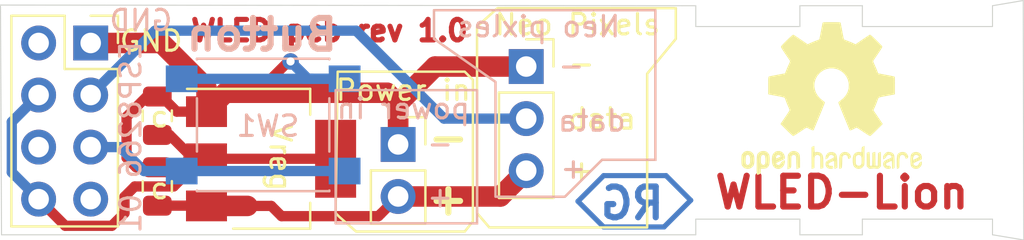
<source format=kicad_pcb>
(kicad_pcb (version 20211014) (generator pcbnew)
  (layers (0 "F.Cu" signal) (31 "B.Cu" signal) (34 "B.Paste" user) (35 "F.Paste" user) (36 "B.SilkS" user "B.Silkscreen") (37 "F.SilkS" user "F.Silkscreen") (38 "B.Mask" user) (39 "F.Mask" user) (44 "Edge.Cuts" user))
  (net 0 "")
  (net 1 "GND")
  (net 2 "VCC")
  (net 3 "+3V3")
  (net 4 "/Rx")
  (net 5 "/RESET")
  (net 6 "/GPIO-0")
  (net 7 "/GPIO2")
  (net 8 "/Tx")
  (footprint "Capacitor_SMD:C_0805_2012Metric" (layer "F.Cu") (at 156.1 93.4 90)
    (fp_text reference "C1" hide)
    (fp_text value "C_Small" hide)
    (fp_line (start -0.258578 -0.71) (end 0.258578 -0.71) (layer "F.SilkS") (width 0.12))
    (fp_line (start -0.258578 0.71) (end 0.258578 0.71) (layer "F.SilkS") (width 0.12))
    (pad "1" smd roundrect locked (at -0.9375 0 90) (size 0.975 1.4) (layers "F.Cu" "F.Paste" "F.Mask") (net 2 "VCC"))
    (pad "2" smd roundrect locked (at 0.9375 0 90) (size 0.975 1.4) (layers "F.Cu" "F.Paste" "F.Mask") (net 1 "GND"))
  )
  (footprint "Capacitor_SMD:C_0805_2012Metric" (layer "F.Cu") (at 156.1 89.95 90)
    (fp_text reference "C2" hide)
    (fp_text value "C_Small" hide)
    (fp_line (start -0.258578 0.71) (end 0.258578 0.71) (layer "F.SilkS") (width 0.12))
    (fp_line (start -0.258578 -0.71) (end 0.258578 -0.71) (layer "F.SilkS") (width 0.12))
    (pad "1" smd roundrect locked (at -0.9375 0 90) (size 0.975 1.4) (layers "F.Cu" "F.Paste" "F.Mask") (net 3 "+3V3"))
    (pad "2" smd roundrect locked (at 0.9375 0 90) (size 0.975 1.4) (layers "F.Cu" "F.Paste" "F.Mask") (net 1 "GND"))
  )
  (footprint "Connector_PinSocket_2.54mm:PinSocket_2x04_P2.54mm_Vertical" (layer "F.Cu") (at 152.85 86.4)
    (fp_text reference "J1" hide)
    (fp_text value "ESP" hide)
    (fp_line (start -1.27 -1.33) (end -1.27 1.27) (layer "F.SilkS") (width 0.12))
    (fp_line (start -3.87 8.95) (end 1.33 8.95) (layer "F.SilkS") (width 0.12))
    (fp_line (start 0 -1.33) (end 1.33 -1.33) (layer "F.SilkS") (width 0.12))
    (fp_line (start -3.87 -1.33) (end -3.87 8.95) (layer "F.SilkS") (width 0.12))
    (fp_line (start -1.27 1.27) (end 1.33 1.27) (layer "F.SilkS") (width 0.12))
    (fp_line (start -3.87 -1.33) (end -1.27 -1.33) (layer "F.SilkS") (width 0.12))
    (fp_line (start 1.33 1.27) (end 1.33 8.95) (layer "F.SilkS") (width 0.12))
    (fp_line (start 1.33 -1.33) (end 1.33 0) (layer "F.SilkS") (width 0.12))
    (pad "1" thru_hole rect locked (at 0 0) (size 1.7 1.7) (drill 1) (layers *.Cu *.Mask) (net 1 "GND"))
    (pad "2" thru_hole oval locked (at -2.54 0) (size 1.7 1.7) (drill 1) (layers *.Cu *.Mask) (net 8 "/Tx"))
    (pad "3" thru_hole oval locked (at 0 2.54) (size 1.7 1.7) (drill 1) (layers *.Cu *.Mask) (net 7 "/GPIO2"))
    (pad "4" thru_hole oval locked (at -2.54 2.54) (size 1.7 1.7) (drill 1) (layers *.Cu *.Mask) (net 3 "+3V3"))
    (pad "5" thru_hole oval locked (at 0 5.08) (size 1.7 1.7) (drill 1) (layers *.Cu *.Mask) (net 6 "/GPIO-0"))
    (pad "6" thru_hole oval locked (at -2.54 5.08) (size 1.7 1.7) (drill 1) (layers *.Cu *.Mask) (net 5 "/RESET"))
    (pad "7" thru_hole oval locked (at 0 7.62) (size 1.7 1.7) (drill 1) (layers *.Cu *.Mask) (net 4 "/Rx"))
    (pad "8" thru_hole oval locked (at -2.54 7.62) (size 1.7 1.7) (drill 1) (layers *.Cu *.Mask) (net 3 "+3V3"))
  )
  (footprint "Connector_PinSocket_2.54mm:PinSocket_1x03_P2.54mm_Vertical" (layer "F.Cu") (at 174.1 87.55)
    (fp_text reference "J3" hide)
    (fp_text value "Neo pixels" hide)
    (fp_line (start -1.33 1.27) (end 1.33 1.27) (layer "F.SilkS") (width 0.12))
    (fp_line (start 0 -1.33) (end 1.33 -1.33) (layer "F.SilkS") (width 0.12))
    (fp_line (start -1.33 6.41) (end 1.33 6.41) (layer "F.SilkS") (width 0.12))
    (fp_line (start 1.33 1.27) (end 1.33 6.41) (layer "F.SilkS") (width 0.12))
    (fp_line (start 1.33 -1.33) (end 1.33 0) (layer "F.SilkS") (width 0.12))
    (fp_line (start -1.33 1.27) (end -1.33 6.41) (layer "F.SilkS") (width 0.12))
    (pad "1" thru_hole rect locked (at 0 0) (size 1.7 1.7) (drill 1) (layers *.Cu *.Mask) (net 1 "GND"))
    (pad "2" thru_hole oval locked (at 0 2.54) (size 1.7 1.7) (drill 1) (layers *.Cu *.Mask) (net 7 "/GPIO2"))
    (pad "3" thru_hole oval locked (at 0 5.08) (size 1.7 1.7) (drill 1) (layers *.Cu *.Mask) (net 2 "VCC"))
  )
  (footprint "Package_TO_SOT_SMD:SOT-223-3_TabPin2" (layer "F.Cu") (at 161.65 92.05)
    (fp_text reference "U1" hide)
    (fp_text value "AMS1117-3.3" hide)
    (fp_line (start 1.91 -3.41) (end 1.91 -2.15) (layer "F.SilkS") (width 0.12))
    (fp_line (start -1.85 3.41) (end 1.91 3.41) (layer "F.SilkS") (width 0.12))
    (fp_line (start -4.1 -3.41) (end 1.91 -3.41) (layer "F.SilkS") (width 0.12))
    (fp_line (start 1.91 3.41) (end 1.91 2.15) (layer "F.SilkS") (width 0.12))
    (pad "1" smd rect locked (at -3.15 -2.3) (size 2 1.5) (layers "F.Cu" "F.Paste" "F.Mask") (net 1 "GND"))
    (pad "2" smd rect locked (at -3.15 0) (size 2 1.5) (layers "F.Cu" "F.Paste" "F.Mask") (net 3 "+3V3"))
    (pad "2" smd rect locked (at 3.15 0) (size 2 3.8) (layers "F.Cu" "F.Paste" "F.Mask") (net 3 "+3V3"))
    (pad "3" smd rect locked (at -3.15 2.3) (size 2 1.5) (layers "F.Cu" "F.Paste" "F.Mask") (net 2 "VCC"))
  )
  (footprint "Connector_PinSocket_2.54mm:PinSocket_1x02_P2.54mm_Vertical" (layer "F.Cu") (at 167.85 91.35)
    (fp_text reference "J5" hide)
    (fp_text value "Power in" hide)
    (fp_line (start 1.33 -1.33) (end 1.33 0) (layer "F.SilkS") (width 0.12))
    (fp_line (start -1.33 3.87) (end 1.33 3.87) (layer "F.SilkS") (width 0.12))
    (fp_line (start 0 -1.33) (end 1.33 -1.33) (layer "F.SilkS") (width 0.12))
    (fp_line (start -1.33 1.27) (end -1.33 3.87) (layer "F.SilkS") (width 0.12))
    (fp_line (start 1.33 1.27) (end 1.33 3.87) (layer "F.SilkS") (width 0.12))
    (fp_line (start -1.33 1.27) (end 1.33 1.27) (layer "F.SilkS") (width 0.12))
    (pad "1" thru_hole rect locked (at 0 0) (size 1.7 1.7) (drill 1) (layers *.Cu *.Mask) (net 1 "GND"))
    (pad "2" thru_hole oval locked (at 0 2.54) (size 1.7 1.7) (drill 1) (layers *.Cu *.Mask) (net 2 "VCC"))
  )
  (footprint "Symbol:OSHW-Logo2_9.8x8mm_SilkScreen" (layer "F.Cu") (at 189 89.1)
    (fp_text reference "REF**" hide)
    (fp_text value "OSHW-Logo2_9.8x8mm_SilkScreen" hide)
    (fp_poly (pts (xy -3.983114 2.587256) (xy -3.891536 2.635409) (xy -3.823951 2.712905) (xy -3.799943 2.762727) (xy -3.781262 2.837533) (xy -3.771699 2.932052) (xy -3.770792 3.03521) (xy -3.778079 3.135935) (xy -3.793097 3.223153) (xy -3.815385 3.285791) (xy -3.822235 3.296579) (xy -3.903368 3.377105) (xy -3.999734 3.425336) (xy -4.104299 3.43945) (xy -4.210032 3.417629) (xy -4.239457 3.404547) (xy -4.296759 3.364231) (xy -4.34705 3.310775) (xy -4.351803 3.303995) (xy -4.371122 3.271321) (xy -4.383892 3.236394) (xy -4.391436 3.190414) (xy -4.395076 3.124584) (xy -4.396135 3.030105) (xy -4.396154 3.008923) (xy -4.396106 3.002182) (xy -4.200769 3.002182) (xy -4.199632 3.091349) (xy -4.195159 3.15052) (xy -4.185754 3.188741) (xy -4.169824 3.215053) (xy -4.161692 3.223846) (xy -4.114942 3.257261) (xy -4.069553 3.255737) (xy -4.02366 3.226752) (xy -3.996288 3.195809) (xy -3.980077 3.150643) (xy -3.970974 3.07942) (xy -3.970349 3.071114) (xy -3.968796 2.942037) (xy -3.985035 2.846172) (xy -4.018848 2.784107) (xy -4.070016 2.756432) (xy -4.08828 2.754923) (xy -4.13624 2.762513) (xy -4.169047 2.788808) (xy -4.189105 2.839095) (xy -4.198822 2.918664) (xy -4.200769 3.002182) (xy -4.396106 3.002182) (xy -4.395426 2.908249) (xy -4.392371 2.837906) (xy -4.385678 2.789163) (xy -4.37404 2.753288) (xy -4.356147 2.721548) (xy -4.352192 2.715648) (xy -4.285733 2.636104) (xy -4.213315 2.589929) (xy -4.125151 2.571599) (xy -4.095213 2.570703) (xy -3.983114 2.587256)) (layer "F.SilkS") (width 0.01) (fill solid))
    (fp_poly (pts (xy 2.395929 2.636662) (xy 2.398911 2.688068) (xy 2.401247 2.766192) (xy 2.402749 2.864857) (xy 2.403231 2.968343) (xy 2.403231 3.318533) (xy 2.341401 3.380363) (xy 2.298793 3.418462) (xy 2.26139 3.433895) (xy 2.21027 3.432918) (xy 2.189978 3.430433) (xy 2.126554 3.4232) (xy 2.074095 3.419055) (xy 2.061308 3.418672) (xy 2.018199 3.421176) (xy 1.956544 3.427462) (xy 1.932638 3.430433) (xy 1.873922 3.435028) (xy 1.834464 3.425046) (xy 1.795338 3.394228) (xy 1.781215 3.380363) (xy 1.719385 3.318533) (xy 1.719385 2.663503) (xy 1.76915 2.640829) (xy 1.812002 2.624034) (xy 1.837073 2.618154) (xy 1.843501 2.636736) (xy 1.849509 2.688655) (xy 1.854697 2.768172) (xy 1.858664 2.869546) (xy 1.860577 2.955192) (xy 1.865923 3.292231) (xy 1.91256 3.298825) (xy 1.954976 3.294214) (xy 1.97576 3.279287) (xy 1.98157 3.251377) (xy 1.98653 3.191925) (xy 1.990246 3.108466) (xy 1.992324 3.008532) (xy 1.992624 2.957104) (xy 1.992923 2.661054) (xy 2.054454 2.639604) (xy 2.098004 2.62502) (xy 2.121694 2.618219) (xy 2.122377 2.618154) (xy 2.124754 2.636642) (xy 2.127366 2.687906) (xy 2.129995 2.765649) (xy 2.132421 2.863574) (xy 2.134115 2.955192) (xy 2.139461 3.292231) (xy 2.256692 3.292231) (xy 2.262072 2.984746) (xy 2.267451 2.677261) (xy 2.324601 2.647707) (xy 2.366797 2.627413) (xy 2.39177 2.618204) (xy 2.392491 2.618154) (xy 2.395929 2.636662)) (layer "F.SilkS") (width 0.01) (fill solid))
    (fp_poly (pts (xy -0.840154 2.49212) (xy -0.834428 2.57198) (xy -0.827851 2.619039) (xy -0.818738 2.639566) (xy -0.805402 2.639829) (xy -0.801077 2.637378) (xy -0.743556 2.619636) (xy -0.668732 2.620672) (xy -0.592661 2.63891) (xy -0.545082 2.662505) (xy -0.496298 2.700198) (xy -0.460636 2.742855) (xy -0.436155 2.797057) (xy -0.420913 2.869384) (xy -0.41297 2.966419) (xy -0.410384 3.094742) (xy -0.410338 3.119358) (xy -0.410308 3.39587) (xy -0.471839 3.41732) (xy -0.515541 3.431912) (xy -0.539518 3.438706) (xy -0.540223 3.438769) (xy -0.542585 3.420345) (xy -0.544594 3.369526) (xy -0.546099 3.292993) (xy -0.546947 3.19743) (xy -0.547077 3.139329) (xy -0.547349 3.024771) (xy -0.548748 2.942667) (xy -0.552151 2.886393) (xy -0.558433 2.849326) (xy -0.568471 2.824844) (xy -0.583139 2.806325) (xy -0.592298 2.797406) (xy -0.655211 2.761466) (xy -0.723864 2.758775) (xy -0.786152 2.78917) (xy -0.797671 2.800144) (xy -0.814567 2.820779) (xy -0.826286 2.845256) (xy -0.833767 2.880647) (xy -0.837946 2.934026) (xy -0.839763 3.012466) (xy -0.840154 3.120617) (xy -0.840154 3.39587) (xy -0.901685 3.41732) (xy -0.945387 3.431912) (xy -0.969364 3.438706) (xy -0.97007 3.438769) (xy -0.971874 3.420069) (xy -0.9735 3.367322) (xy -0.974883 3.285557) (xy -0.975958 3.179805) (xy -0.97666 3.055094) (xy -0.976923 2.916455) (xy -0.976923 2.381806) (xy -0.849923 2.328236) (xy -0.840154 2.49212)) (layer "F.SilkS") (width 0.01) (fill solid))
    (fp_poly (pts (xy -3.231114 2.584505) (xy -3.156461 2.621727) (xy -3.090569 2.690261) (xy -3.072423 2.715648) (xy -3.052655 2.748866) (xy -3.039828 2.784945) (xy -3.03249 2.833098) (xy -3.029187 2.902536) (xy -3.028462 2.994206) (xy -3.031737 3.11983) (xy -3.043123 3.214154) (xy -3.064959 3.284523) (xy -3.099581 3.338286) (xy -3.14933 3.382788) (xy -3.152986 3.385423) (xy -3.202015 3.412377) (xy -3.261055 3.425712) (xy -3.336141 3.429) (xy -3.458205 3.429) (xy -3.458256 3.547497) (xy -3.459392 3.613492) (xy -3.466314 3.652202) (xy -3.484402 3.675419) (xy -3.519038 3.694933) (xy -3.527355 3.69892) (xy -3.56628 3.717603) (xy -3.596417 3.729403) (xy -3.618826 3.730422) (xy -3.634567 3.716761) (xy -3.644698 3.684522) (xy -3.650277 3.629804) (xy -3.652365 3.548711) (xy -3.652019 3.437344) (xy -3.6503 3.291802) (xy -3.649763 3.248269) (xy -3.647828 3.098205) (xy -3.646096 3.000042) (xy -3.458308 3.000042) (xy -3.457252 3.083364) (xy -3.452562 3.13788) (xy -3.441949 3.173837) (xy -3.423128 3.201482) (xy -3.41035 3.214965) (xy -3.35811 3.254417) (xy -3.311858 3.257628) (xy -3.264133 3.225049) (xy -3.262923 3.223846) (xy -3.243506 3.198668) (xy -3.231693 3.164447) (xy -3.225735 3.111748) (xy -3.22388 3.031131) (xy -3.223846 3.013271) (xy -3.22833 2.902175) (xy -3.242926 2.825161) (xy -3.26935 2.778147) (xy -3.309317 2.75705) (xy -3.332416 2.754923) (xy -3.387238 2.7649) (xy -3.424842 2.797752) (xy -3.447477 2.857857) (xy -3.457394 2.949598) (xy -3.458308 3.000042) (xy -3.646096 3.000042) (xy -3.645778 2.98206) (xy -3.643127 2.894679) (xy -3.639394 2.830905) (xy -3.634093 2.785582) (xy -3.626742 2.753555) (xy -3.616857 2.729668) (xy -3.603954 2.708764) (xy -3.598421 2.700898) (xy -3.525031 2.626595) (xy -3.43224 2.584467) (xy -3.324904 2.572722) (xy -3.231114 2.584505)) (layer "F.SilkS") (width 0.01) (fill solid))
    (fp_poly (pts (xy 0.053501 2.626303) (xy 0.13006 2.654733) (xy 0.130936 2.655279) (xy 0.178285 2.690127) (xy 0.213241 2.730852) (xy 0.237825 2.783925) (xy 0.254062 2.855814) (xy 0.263975 2.952992) (xy 0.269586 3.081928) (xy 0.270077 3.100298) (xy 0.277141 3.377287) (xy 0.217695 3.408028) (xy 0.174681 3.428802) (xy 0.14871 3.438646) (xy 0.147509 3.438769) (xy 0.143014 3.420606) (xy 0.139444 3.371612) (xy 0.137248 3.300031) (xy 0.136769 3.242068) (xy 0.136758 3.14817) (xy 0.132466 3.089203) (xy 0.117503 3.061079) (xy 0.085482 3.059706) (xy 0.030014 3.080998) (xy -0.053731 3.120136) (xy -0.115311 3.152643) (xy -0.146983 3.180845) (xy -0.156294 3.211582) (xy -0.156308 3.213104) (xy -0.140943 3.266054) (xy -0.095453 3.29466) (xy -0.025834 3.298803) (xy 0.024313 3.298084) (xy 0.050754 3.312527) (xy 0.067243 3.347218) (xy 0.076733 3.391416) (xy 0.063057 3.416493) (xy 0.057907 3.420082) (xy 0.009425 3.434496) (xy -0.058469 3.436537) (xy -0.128388 3.426983) (xy -0.177932 3.409522) (xy -0.24643 3.351364) (xy -0.285366 3.270408) (xy -0.293077 3.20716) (xy -0.287193 3.150111) (xy -0.265899 3.103542) (xy -0.223735 3.062181) (xy -0.155241 3.020755) (xy -0.054956 2.973993) (xy -0.048846 2.97135) (xy 0.04149 2.929617) (xy 0.097235 2.895391) (xy 0.121129 2.864635) (xy 0.115913 2.833311) (xy 0.084328 2.797383) (xy 0.074883 2.789116) (xy 0.011617 2.757058) (xy -0.053936 2.758407) (xy -0.111028 2.789838) (xy -0.148907 2.848024) (xy -0.152426 2.859446) (xy -0.1867 2.914837) (xy -0.230191 2.941518) (xy -0.293077 2.96796) (xy -0.293077 2.899548) (xy -0.273948 2.80011) (xy -0.217169 2.708902) (xy -0.187622 2.678389) (xy -0.120458 2.639228) (xy -0.035044 2.6215) (xy 0.053501 2.626303)) (layer "F.SilkS") (width 0.01) (fill solid))
    (fp_poly (pts (xy 2.887333 2.633528) (xy 2.94359 2.659117) (xy 2.987747 2.690124) (xy 3.020101 2.724795) (xy 3.042438 2.76952) (xy 3.056546 2.830692) (xy 3.064211 2.914701) (xy 3.06722 3.02794) (xy 3.067538 3.102509) (xy 3.067538 3.39342) (xy 3.017773 3.416095) (xy 2.978576 3.432667) (xy 2.959157 3.438769) (xy 2.955442 3.42061) (xy 2.952495 3.371648) (xy 2.950691 3.300153) (xy 2.950308 3.243385) (xy 2.948661 3.161371) (xy 2.944222 3.096309) (xy 2.93774 3.056467) (xy 2.93259 3.048) (xy 2.897977 3.056646) (xy 2.84364 3.078823) (xy 2.780722 3.108886) (xy 2.720368 3.141192) (xy 2.673721 3.170098) (xy 2.651926 3.189961) (xy 2.651839 3.190175) (xy 2.653714 3.226935) (xy 2.670525 3.262026) (xy 2.700039 3.290528) (xy 2.743116 3.300061) (xy 2.779932 3.29895) (xy 2.832074 3.298133) (xy 2.859444 3.310349) (xy 2.875882 3.342624) (xy 2.877955 3.34871) (xy 2.885081 3.394739) (xy 2.866024 3.422687) (xy 2.816353 3.436007) (xy 2.762697 3.43847) (xy 2.666142 3.42021) (xy 2.616159 3.394131) (xy 2.554429 3.332868) (xy 2.52169 3.25767) (xy 2.518753 3.178211) (xy 2.546424 3.104167) (xy 2.588047 3.057769) (xy 2.629604 3.031793) (xy 2.694922 2.998907) (xy 2.771038 2.965557) (xy 2.783726 2.960461) (xy 2.867333 2.923565) (xy 2.91553 2.891046) (xy 2.93103 2.858718) (xy 2.91655 2.822394) (xy 2.891692 2.794) (xy 2.832939 2.759039) (xy 2.768293 2.756417) (xy 2.709008 2.783358) (xy 2.666339 2.837088) (xy 2.660739 2.85095) (xy 2.628133 2.901936) (xy 2.58053 2.939787) (xy 2.520461 2.97085) (xy 2.520461 2.882768) (xy 2.523997 2.828951) (xy 2.539156 2.786534) (xy 2.572768 2.741279) (xy 2.605035 2.70642) (xy 2.655209 2.657062) (xy 2.694193 2.630547) (xy 2.736064 2.619911) (xy 2.78346 2.618154) (xy 2.887333 2.633528)) (layer "F.SilkS") (width 0.01) (fill solid))
    (fp_poly (pts (xy 4.245224 2.647838) (xy 4.322528 2.698361) (xy 4.359814 2.74359) (xy 4.389353 2.825663) (xy 4.391699 2.890607) (xy 4.386385 2.977445) (xy 4.186115 3.065103) (xy 4.088739 3.109887) (xy 4.025113 3.145913) (xy 3.992029 3.177117) (xy 3.98628 3.207436) (xy 4.004658 3.240805) (xy 4.024923 3.262923) (xy 4.083889 3.298393) (xy 4.148024 3.300879) (xy 4.206926 3.273235) (xy 4.250197 3.21832) (xy 4.257936 3.198928) (xy 4.295006 3.138364) (xy 4.337654 3.112552) (xy 4.396154 3.090471) (xy 4.396154 3.174184) (xy 4.390982 3.23115) (xy 4.370723 3.279189) (xy 4.328262 3.334346) (xy 4.321951 3.341514) (xy 4.27472 3.390585) (xy 4.234121 3.41692) (xy 4.183328 3.429035) (xy 4.14122 3.433003) (xy 4.065902 3.433991) (xy 4.012286 3.421466) (xy 3.978838 3.402869) (xy 3.926268 3.361975) (xy 3.889879 3.317748) (xy 3.86685 3.262126) (xy 3.854359 3.187047) (xy 3.849587 3.084449) (xy 3.849206 3.032376) (xy 3.850501 2.969948) (xy 3.968471 2.969948) (xy 3.969839 3.003438) (xy 3.973249 3.008923) (xy 3.995753 3.001472) (xy 4.044182 2.981753) (xy 4.108908 2.953718) (xy 4.122443 2.947692) (xy 4.204244 2.906096) (xy 4.249312 2.869538) (xy 4.259217 2.835296) (xy 4.235526 2.800648) (xy 4.21596 2.785339) (xy 4.14536 2.754721) (xy 4.07928 2.75978) (xy 4.023959 2.797151) (xy 3.985636 2.863473) (xy 3.973349 2.916116) (xy 3.968471 2.969948) (xy 3.850501 2.969948) (xy 3.85173 2.91072) (xy 3.861032 2.82071) (xy 3.87946 2.755167) (xy 3.90936 2.706912) (xy 3.95308 2.668767) (xy 3.972141 2.65644) (xy 4.058726 2.624336) (xy 4.153522 2.622316) (xy 4.245224 2.647838)) (layer "F.SilkS") (width 0.01) (fill solid))
    (fp_poly (pts (xy -1.728336 2.595089) (xy -1.665633 2.631358) (xy -1.622039 2.667358) (xy -1.590155 2.705075) (xy -1.56819 2.751199) (xy -1.554351 2.812421) (xy -1.546847 2.895431) (xy -1.543883 3.006919) (xy -1.543539 3.087062) (xy -1.543539 3.382065) (xy -1.709615 3.456515) (xy -1.719385 3.133402) (xy -1.723421 3.012729) (xy -1.727656 2.925141) (xy -1.732903 2.86465) (xy -1.739975 2.825268) (xy -1.749689 2.801007) (xy -1.762856 2.78588) (xy -1.767081 2.782606) (xy -1.831091 2.757034) (xy -1.895792 2.767153) (xy -1.934308 2.794) (xy -1.949975 2.813024) (xy -1.96082 2.837988) (xy -1.967712 2.875834) (xy -1.971521 2.933502) (xy -1.973117 3.017935) (xy -1.973385 3.105928) (xy -1.973437 3.216323) (xy -1.975328 3.294463) (xy -1.981655 3.347165) (xy -1.995017 3.381242) (xy -2.018015 3.403511) (xy -2.053246 3.420787) (xy -2.100303 3.438738) (xy -2.151697 3.458278) (xy -2.145579 3.111485) (xy -2.143116 2.986468) (xy -2.140233 2.894082) (xy -2.136102 2.827881) (xy -2.129893 2.78142) (xy -2.120774 2.748256) (xy -2.107917 2.721944) (xy -2.092416 2.698729) (xy -2.017629 2.624569) (xy -1.926372 2.581684) (xy -1.827117 2.571412) (xy -1.728336 2.595089)) (layer "F.SilkS") (width 0.01) (fill solid))
    (fp_poly (pts (xy -2.465746 2.599745) (xy -2.388714 2.651567) (xy -2.329184 2.726412) (xy -2.293622 2.821654) (xy -2.286429 2.891756) (xy -2.287246 2.921009) (xy -2.294086 2.943407) (xy -2.312888 2.963474) (xy -2.349592 2.985733) (xy -2.410138 3.014709) (xy -2.500466 3.054927) (xy -2.500923 3.055129) (xy -2.584067 3.09321) (xy -2.652247 3.127025) (xy -2.698495 3.152933) (xy -2.715842 3.167295) (xy -2.715846 3.167411) (xy -2.700557 3.198685) (xy -2.664804 3.233157) (xy -2.623758 3.25799) (xy -2.602963 3.262923) (xy -2.54623 3.245862) (xy -2.497373 3.203133) (xy -2.473535 3.156155) (xy -2.450603 3.121522) (xy -2.405682 3.082081) (xy -2.352877 3.048009) (xy -2.30629 3.02948) (xy -2.296548 3.028462) (xy -2.285582 3.045215) (xy -2.284921 3.088039) (xy -2.29298 3.145781) (xy -2.308173 3.207289) (xy -2.328914 3.261409) (xy -2.329962 3.26351) (xy -2.392379 3.35066) (xy -2.473274 3.409939) (xy -2.565144 3.439034) (xy -2.660487 3.435634) (xy -2.751802 3.397428) (xy -2.755862 3.394741) (xy -2.827694 3.329642) (xy -2.874927 3.244705) (xy -2.901066 3.133021) (xy -2.904574 3.101643) (xy -2.910787 2.953536) (xy -2.903339 2.884468) (xy -2.715846 2.884468) (xy -2.71341 2.927552) (xy -2.700086 2.940126) (xy -2.666868 2.930719) (xy -2.614506 2.908483) (xy -2.555976 2.88061) (xy -2.554521 2.879872) (xy -2.504911 2.853777) (xy -2.485 2.836363) (xy -2.48991 2.818107) (xy -2.510584 2.79412) (xy -2.563181 2.759406) (xy -2.619823 2.756856) (xy -2.670631 2.782119) (xy -2.705724 2.830847) (xy -2.715846 2.884468) (xy -2.903339 2.884468) (xy -2.898008 2.835036) (xy -2.865222 2.741055) (xy -2.819579 2.675215) (xy -2.737198 2.608681) (xy -2.646454 2.575676) (xy -2.553815 2.573573) (xy -2.465746 2.599745)) (layer "F.SilkS") (width 0.01) (fill solid))
    (fp_poly (pts (xy 0.139878 -3.712224) (xy 0.245612 -3.711645) (xy 0.322132 -3.710078) (xy 0.374372 -3.707028) (xy 0.407263 -3.702004) (xy 0.425737 -3.694511) (xy 0.434727 -3.684056) (xy 0.439163 -3.670147) (xy 0.439594 -3.668346) (xy 0.446333 -3.635855) (xy 0.458808 -3.571748) (xy 0.475719 -3.482849) (xy 0.495771 -3.375981) (xy 0.517664 -3.257967) (xy 0.518429 -3.253822) (xy 0.540359 -3.138169) (xy 0.560877 -3.035986) (xy 0.578659 -2.953402) (xy 0.592381 -2.896544) (xy 0.600718 -2.871542) (xy 0.601116 -2.871099) (xy 0.625677 -2.85889) (xy 0.676315 -2.838544) (xy 0.742095 -2.814455) (xy 0.742461 -2.814326) (xy 0.825317 -2.783182) (xy 0.923 -2.743509) (xy 1.015077 -2.703619) (xy 1.019434 -2.701647) (xy 1.169407 -2.63358) (xy 1.501498 -2.860361) (xy 1.603374 -2.929496) (xy 1.695657 -2.991303) (xy 1.773003 -3.042267) (xy 1.830064 -3.078873) (xy 1.861495 -3.097606) (xy 1.864479 -3.098996) (xy 1.887321 -3.09281) (xy 1.929982 -3.062965) (xy 1.994128 -3.008053) (xy 2.081421 -2.926666) (xy 2.170535 -2.840078) (xy 2.256441 -2.754753) (xy 2.333327 -2.676892) (xy 2.396564 -2.611303) (xy 2.441523 -2.562795) (xy 2.463576 -2.536175) (xy 2.464396 -2.534805) (xy 2.466834 -2.516537) (xy 2.45765 -2.486705) (xy 2.434574 -2.441279) (xy 2.395337 -2.37623) (xy 2.33767 -2.28753) (xy 2.260795 -2.173343) (xy 2.19257 -2.072838) (xy 2.131582 -1.982697) (xy 2.081356 -1.908151) (xy 2.045416 -1.854435) (xy 2.027287 -1.826782) (xy 2.026146 -1.824905) (xy 2.028359 -1.79841) (xy 2.045138 -1.746914) (xy 2.073142 -1.680149) (xy 2.083122 -1.658828) (xy 2.126672 -1.563841) (xy 2.173134 -1.456063) (xy 2.210877 -1.362808) (xy 2.238073 -1.293594) (xy 2.259675 -1.240994) (xy 2.272158 -1.213503) (xy 2.273709 -1.211384) (xy 2.296668 -1.207876) (xy 2.350786 -1.198262) (xy 2.428868 -1.183911) (xy 2.523719 -1.166193) (xy 2.628143 -1.146475) (xy 2.734944 -1.126126) (xy 2.836926 -1.106514) (xy 2.926894 -1.089009) (xy 2.997653 -1.074978) (xy 3.042006 -1.065791) (xy 3.052885 -1.063193) (xy 3.064122 -1.056782) (xy 3.072605 -1.042303) (xy 3.078714 -1.014867) (xy 3.082832 -0.969589) (xy 3.085341 -0.90158) (xy 3.086621 -0.805953) (xy 3.087054 -0.67782) (xy 3.087077 -0.625299) (xy 3.087077 -0.198155) (xy 2.9845 -0.177909) (xy 2.927431 -0.16693) (xy 2.842269 -0.150905) (xy 2.739372 -0.131767) (xy 2.629096 -0.111449) (xy 2.598615 -0.105868) (xy 2.496855 -0.086083) (xy 2.408205 -0.066627) (xy 2.340108 -0.049303) (xy 2.300004 -0.035912) (xy 2.293323 -0.031921) (xy 2.276919 -0.003658) (xy 2.253399 0.051109) (xy 2.227316 0.121588) (xy 2.222142 0.136769) (xy 2.187956 0.230896) (xy 2.145523 0.337101) (xy 2.103997 0.432473) (xy 2.103792 0.432916) (xy 2.03464 0.582525) (xy 2.489512 1.251617) (xy 2.1975 1.544116) (xy 2.10918 1.63117) (xy 2.028625 1.707909) (xy 1.96036 1.770237) (xy 1.908908 1.814056) (xy 1.878794 1.83527) (xy 1.874474 1.836616) (xy 1.849111 1.826016) (xy 1.797358 1.796547) (xy 1.724868 1.751705) (xy 1.637294 1.694984) (xy 1.542612 1.631462) (xy 1.446516 1.566668) (xy 1.360837 1.510287) (xy 1.291016 1.465788) (xy 1.242494 1.436639) (xy 1.220782 1.426308) (xy 1.194293 1.43505) (xy 1.144062 1.458087) (xy 1.080451 1.490631) (xy 1.073708 1.494249) (xy 0.988046 1.53721) (xy 0.929306 1.558279) (xy 0.892772 1.558503) (xy 0.873731 1.538928) (xy 0.87362 1.538654) (xy 0.864102 1.515472) (xy 0.841403 1.460441) (xy 0.807282 1.377822) (xy 0.7635 1.271872) (xy 0.711816 1.146852) (xy 0.653992 1.00702) (xy 0.597991 0.871637) (xy 0.536447 0.722234) (xy 0.479939 0.583832) (xy 0.430161 0.460673) (xy 0.388806 0.357002) (xy 0.357568 0.277059) (xy 0.338141 0.225088) (xy 0.332154 0.205692) (xy 0.347168 0.183443) (xy 0.386439 0.147982) (xy 0.438807 0.108887) (xy 0.587941 -0.014755) (xy 0.704511 -0.156478) (xy 0.787118 -0.313296) (xy 0.834366 -0.482225) (xy 0.844857 -0.660278) (xy 0.837231 -0.742461) (xy 0.795682 -0.912969) (xy 0.724123 -1.063541) (xy 0.626995 -1.192691) (xy 0.508734 -1.298936) (xy 0.37378 -1.38079) (xy 0.226571 -1.436768) (xy 0.071544 -1.465385) (xy -0.086861 -1.465156) (xy -0.244206 -1.434595) (xy -0.396054 -1.372218) (xy -0.537965 -1.27654) (xy -0.597197 -1.222428) (xy -0.710797 -1.08348) (xy -0.789894 -0.931639) (xy -0.835014 -0.771333) (xy -0.846684 -0.606988) (xy -0.825431 -0.443029) (xy -0.77178 -0.283882) (xy -0.68626 -0.133975) (xy -0.569395 0.002267) (xy -0.438807 0.108887) (xy -0.384412 0.149642) (xy -0.345986 0.184718) (xy -0.332154 0.205726) (xy -0.339397 0.228635) (xy -0.359995 0.283365) (xy -0.392254 0.365672) (xy -0.434479 0.471315) (xy -0.484977 0.59605) (xy -0.542052 0.735636) (xy -0.598146 0.87167) (xy -0.660033 1.021201) (xy -0.717356 1.159767) (xy -0.768356 1.283107) (xy -0.811273 1.386964) (xy -0.844347 1.46708) (xy -0.865819 1.519195) (xy -0.873775 1.538654) (xy -0.892571 1.558423) (xy -0.928926 1.558365) (xy -0.987521 1.537441) (xy -1.073032 1.494613) (xy -1.073708 1.494249) (xy -1.138093 1.461012) (xy -1.190139 1.436802) (xy -1.219488 1.426404) (xy -1.220783 1.426308) (xy -1.242876 1.436855) (xy -1.291652 1.466184) (xy -1.361669 1.510827) (xy -1.447486 1.567314) (xy -1.542612 1.631462) (xy -1.63946 1.696411) (xy -1.726747 1.752896) (xy -1.798819 1.797421) (xy -1.850023 1.82649) (xy -1.874474 1.836616) (xy -1.89699 1.823307) (xy -1.942258 1.786112) (xy -2.005756 1.729128) (xy -2.082961 1.656449) (xy -2.169349 1.572171) (xy -2.197601 1.544016) (xy -2.489713 1.251416) (xy -2.267369 0.925104) (xy -2.199798 0.824897) (xy -2.140493 0.734963) (xy -2.092783 0.66051) (xy -2.059993 0.606751) (xy -2.045452 0.578894) (xy -2.045026 0.576912) (xy -2.052692 0.550655) (xy -2.073311 0.497837) (xy -2.103315 0.42731) (xy -2.124375 0.380093) (xy -2.163752 0.289694) (xy -2.200835 0.198366) (xy -2.229585 0.1212) (xy -2.237395 0.097692) (xy -2.259583 0.034916) (xy -2.281273 -0.013589) (xy -2.293187 -0.031921) (xy -2.319477 -0.043141) (xy -2.376858 -0.059046) (xy -2.457882 -0.077833) (xy -2.555105 -0.097701) (xy -2.598615 -0.105868) (xy -2.709104 -0.126171) (xy -2.815084 -0.14583) (xy -2.906199 -0.162912) (xy -2.972092 -0.175482) (xy -2.9845 -0.177909) (xy -3.087077 -0.198155) (xy -3.087077 -0.625299) (xy -3.086847 -0.765754) (xy -3.085901 -0.872021) (xy -3.083859 -0.948987) (xy -3.080338 -1.00154) (xy -3.074957 -1.034567) (xy -3.067334 -1.052955) (xy -3.057088 -1.061592) (xy -3.052885 -1.063193) (xy -3.02753 -1.068873) (xy -2.971516 -1.080205) (xy -2.892036 -1.095821) (xy -2.796288 -1.114353) (xy -2.691467 -1.134431) (xy -2.584768 -1.154688) (xy -2.483387 -1.173754) (xy -2.394521 -1.190261) (xy -2.325363 -1.202841) (xy -2.283111 -1.210125) (xy -2.27371 -1.211384) (xy -2.265193 -1.228237) (xy -2.24634 -1.27313) (xy -2.220676 -1.33757) (xy -2.210877 -1.362808) (xy -2.171352 -1.460314) (xy -2.124808 -1.568041) (xy -2.083123 -1.658828) (xy -2.05245 -1.728247) (xy -2.032044 -1.78529) (xy -2.025232 -1.820223) (xy -2.026318 -1.824905) (xy -2.040715 -1.847009) (xy -2.073588 -1.896169) (xy -2.12141 -1.967152) (xy -2.180652 -2.054722) (xy -2.247785 -2.153643) (xy -2.261059 -2.17317) (xy -2.338954 -2.28886) (xy -2.396213 -2.376956) (xy -2.435119 -2.441514) (xy -2.457956 -2.486589) (xy -2.467006 -2.516237) (xy -2.464552 -2.534515) (xy -2.464489 -2.534631) (xy -2.445173 -2.558639) (xy -2.402449 -2.605053) (xy -2.340949 -2.669063) (xy -2.265302 -2.745855) (xy -2.180139 -2.830618) (xy -2.170535 -2.840078) (xy -2.06321 -2.944011) (xy -1.980385 -3.020325) (xy -1.920395 -3.070429) (xy -1.881577 -3.09573) (xy -1.86448 -3.098996) (xy -1.839527 -3.08475) (xy -1.787745 -3.051844) (xy -1.71448 -3.003792) (xy -1.62508 -2.94411) (xy -1.524889 -2.876312) (xy -1.501499 -2.860361) (xy -1.169407 -2.63358) (xy -1.019435 -2.701647) (xy -0.92823 -2.741315) (xy -0.830331 -2.781209) (xy -0.746169 -2.813017) (xy -0.742462 -2.814326) (xy -0.676631 -2.838424) (xy -0.625884 -2.8588) (xy -0.601158 -2.871064) (xy -0.601116 -2.871099) (xy -0.593271 -2.893266) (xy -0.579934 -2.947783) (xy -0.56243 -3.02852) (xy -0.542083 -3.12935) (xy -0.520218 -3.244144) (xy -0.518429 -3.253822) (xy -0.496496 -3.372096) (xy -0.47636 -3.479458) (xy -0.45932 -3.569083) (xy -0.446672 -3.634149) (xy -0.439716 -3.667832) (xy -0.439594 -3.668346) (xy -0.435361 -3.682675) (xy -0.427129 -3.693493) (xy -0.409967 -3.701294) (xy -0.378942 -3.706571) (xy -0.329122 -3.709818) (xy -0.255576 -3.711528) (xy -0.153371 -3.712193) (xy -0.017575 -3.712307) (xy 0 -3.712308) (xy 0.139878 -3.712224)) (layer "F.SilkS") (width 0.01) (fill solid))
    (fp_poly (pts (xy 1.602081 2.780289) (xy 1.601833 2.92632) (xy 1.600872 3.038655) (xy 1.598794 3.122678) (xy 1.595193 3.183769) (xy 1.589665 3.227309) (xy 1.581804 3.258679) (xy 1.571207 3.283262) (xy 1.563182 3.297294) (xy 1.496728 3.373388) (xy 1.41247 3.421084) (xy 1.319249 3.438199) (xy 1.2259 3.422546) (xy 1.170312 3.394418) (xy 1.111957 3.34576) (xy 1.072186 3.286333) (xy 1.04819 3.208507) (xy 1.037161 3.104652) (xy 1.035599 3.028462) (xy 1.035809 3.022986) (xy 1.172308 3.022986) (xy 1.173141 3.110355) (xy 1.176961 3.168192) (xy 1.185746 3.206029) (xy 1.201474 3.233398) (xy 1.220266 3.254042) (xy 1.283375 3.29389) (xy 1.351137 3.297295) (xy 1.415179 3.264025) (xy 1.420164 3.259517) (xy 1.441439 3.236067) (xy 1.454779 3.208166) (xy 1.462001 3.166641) (xy 1.464923 3.102316) (xy 1.465385 3.0312) (xy 1.464383 2.941858) (xy 1.460238 2.882258) (xy 1.451236 2.843089) (xy 1.435667 2.81504) (xy 1.422902 2.800144) (xy 1.3636 2.762575) (xy 1.295301 2.758057) (xy 1.23011 2.786753) (xy 1.217528 2.797406) (xy 1.196111 2.821063) (xy 1.182744 2.849251) (xy 1.175566 2.891245) (xy 1.172719 2.956319) (xy 1.172308 3.022986) (xy 1.035809 3.022986) (xy 1.040322 2.905765) (xy 1.056362 2.813577) (xy 1.086528 2.744269) (xy 1.133629 2.690211) (xy 1.170312 2.662505) (xy 1.23699 2.632572) (xy 1.314272 2.618678) (xy 1.38611 2.622397) (xy 1.426308 2.6374) (xy 1.442082 2.64167) (xy 1.45255 2.62575) (xy 1.459856 2.583089) (xy 1.465385 2.518106) (xy 1.471437 2.445732) (xy 1.479844 2.402187) (xy 1.495141 2.377287) (xy 1.521864 2.360845) (xy 1.538654 2.353564) (xy 1.602154 2.326963) (xy 1.602081 2.780289)) (layer "F.SilkS") (width 0.01) (fill solid))
    (fp_poly (pts (xy 3.570807 2.636782) (xy 3.594161 2.646988) (xy 3.649902 2.691134) (xy 3.697569 2.754967) (xy 3.727048 2.823087) (xy 3.731846 2.85667) (xy 3.71576 2.903556) (xy 3.680475 2.928365) (xy 3.642644 2.943387) (xy 3.625321 2.946155) (xy 3.616886 2.926066) (xy 3.60023 2.882351) (xy 3.592923 2.862598) (xy 3.551948 2.794271) (xy 3.492622 2.760191) (xy 3.416552 2.761239) (xy 3.410918 2.762581) (xy 3.370305 2.781836) (xy 3.340448 2.819375) (xy 3.320055 2.879809) (xy 3.307836 2.967751) (xy 3.3025 3.087813) (xy 3.302 3.151698) (xy 3.301752 3.252403) (xy 3.300126 3.321054) (xy 3.295801 3.364673) (xy 3.287454 3.390282) (xy 3.273765 3.404903) (xy 3.253411 3.415558) (xy 3.252234 3.416095) (xy 3.213038 3.432667) (xy 3.193619 3.438769) (xy 3.190635 3.420319) (xy 3.188081 3.369323) (xy 3.18614 3.292308) (xy 3.184997 3.195805) (xy 3.184769 3.125184) (xy 3.185932 2.988525) (xy 3.190479 2.884851) (xy 3.199999 2.808108) (xy 3.216081 2.752246) (xy 3.240313 2.711212) (xy 3.274286 2.678954) (xy 3.307833 2.65644) (xy 3.388499 2.626476) (xy 3.482381 2.619718) (xy 3.570807 2.636782)) (layer "F.SilkS") (width 0.01) (fill solid))
    (fp_poly (pts (xy 0.713362 2.62467) (xy 0.802117 2.657421) (xy 0.874022 2.71535) (xy 0.902144 2.756128) (xy 0.932802 2.830954) (xy 0.932165 2.885058) (xy 0.899987 2.921446) (xy 0.888081 2.927633) (xy 0.836675 2.946925) (xy 0.810422 2.941982) (xy 0.80153 2.909587) (xy 0.801077 2.891692) (xy 0.784797 2.825859) (xy 0.742365 2.779807) (xy 0.683388 2.757564) (xy 0.617475 2.763161) (xy 0.563895 2.792229) (xy 0.545798 2.80881) (xy 0.532971 2.828925) (xy 0.524306 2.859332) (xy 0.518696 2.906788) (xy 0.515035 2.97805) (xy 0.512215 3.079875) (xy 0.511484 3.112115) (xy 0.50882 3.22241) (xy 0.505792 3.300036) (xy 0.50125 3.351396) (xy 0.494046 3.38289) (xy 0.483033 3.40092) (xy 0.46706 3.411888) (xy 0.456834 3.416733) (xy 0.413406 3.433301) (xy 0.387842 3.438769) (xy 0.379395 3.420507) (xy 0.374239 3.365296) (xy 0.372346 3.272499) (xy 0.373689 3.141478) (xy 0.374107 3.121269) (xy 0.377058 3.001733) (xy 0.380548 2.914449) (xy 0.385514 2.852591) (xy 0.392893 2.809336) (xy 0.403624 2.77786) (xy 0.418645 2.751339) (xy 0.426502 2.739975) (xy 0.471553 2.689692) (xy 0.52194 2.650581) (xy 0.528108 2.647167) (xy 0.618458 2.620212) (xy 0.713362 2.62467)) (layer "F.SilkS") (width 0.01) (fill solid))
  )
  (footprint "RG:rg-logo-smol" (layer "F.Cu") (at 179.3 94.1 180)
    (fp_text reference "REF**" hide)
    (fp_text value "rg-logo-smol" hide)
    (fp_text user "RG" (at 0.025 -0.125 180) (layer "B.Cu") (effects (font (size 1.5 1.5) (thickness 0.3)) (justify mirror)))
    (fp_line (start -1.525 -1.275) (end -2.825 0.025) (layer "B.Cu") (width 0.25))
    (fp_line (start -2.825 0.025) (end -1.621419 1.228581) (layer "B.Cu") (width 0.25))
    (fp_line (start 1.425 -1.275) (end -1.525 -1.275) (layer "B.Cu") (width 0.25))
    (fp_line (start -1.621419 1.228581) (end 1.421419 1.228581) (layer "B.Cu") (width 0.25))
    (fp_line (start 1.421419 1.228581) (end 2.675 -0.025) (layer "B.Cu") (width 0.25))
    (fp_line (start 2.675 -0.025) (end 1.425 -1.275) (layer "B.Cu") (width 0.25))
  )
  (footprint "Button_Switch_SMD:SW_Push_1P1T_NO_6x6mm_H9.5mm" (layer "B.Cu") (at 161.264 90.398 180)
    (fp_text reference "SW1" (at -0.234 -0.056 180) (layer "B.SilkS") (effects (justify mirror)))
    (fp_text value "Button")
    (fp_line (start 3.23 1.3) (end 3.23 -1.3) (layer "B.SilkS") (width 0.12))
    (fp_line (start 3.23 -3.23) (end 3.23 -3.2) (layer "B.SilkS") (width 0.12))
    (fp_line (start -3.23 -3.23) (end 3.23 -3.23) (layer "B.SilkS") (width 0.12))
    (fp_line (start -3.23 1.3) (end -3.23 -1.3) (layer "B.SilkS") (width 0.12))
    (fp_line (start -3.23 3.2) (end -3.23 3.23) (layer "B.SilkS") (width 0.12))
    (fp_line (start -3.23 -3.23) (end -3.23 -3.2) (layer "B.SilkS") (width 0.12))
    (fp_line (start -3.23 3.23) (end 3.23 3.23) (layer "B.SilkS") (width 0.12))
    (fp_line (start 3.23 3.23) (end 3.23 3.2) (layer "B.SilkS") (width 0.12))
    (pad "1" smd rect locked (at -3.975 2.25 180) (size 1.55 1.3) (layers "B.Cu" "B.Paste" "B.Mask") (net 1 "GND"))
    (pad "1" smd rect locked (at 3.975 2.25 180) (size 1.55 1.3) (layers "B.Cu" "B.Paste" "B.Mask") (net 1 "GND"))
    (pad "2" smd rect locked (at 3.975 -2.25 180) (size 1.55 1.3) (layers "B.Cu" "B.Paste" "B.Mask") (net 6 "/GPIO-0"))
    (pad "2" smd rect locked (at -3.975 -2.25 180) (size 1.55 1.3) (layers "B.Cu" "B.Paste" "B.Mask") (net 6 "/GPIO-0"))
  )
  (gr_poly (pts (xy 171.7 95.2) (xy 164.8 95.2) (xy 164.8 88.7) (xy 171.7 88.7)) (layer "B.SilkS") (width 0.12) (fill none))
  (gr_poly (pts (xy 180.4 92.1) (xy 177.8 92.1) (xy 175.984426 93.904248) (xy 172.6 93.9) (xy 172.6 88.3) (xy 169.6 86.2) (xy 169.6 84.8) (xy 180.4 84.8)) (layer "B.SilkS") (width 0.12) (fill none))
  (gr_poly (pts (xy 171.5 88.2) (xy 171.5 95.1) (xy 171.1 95.6) (xy 165.8 95.6) (xy 165 94.9) (xy 164.8 94.7) (xy 164.9 87.8) (xy 171.1 87.8)) (layer "F.SilkS") (width 0.12) (fill none))
  (gr_poly (pts (xy 181.4 86.2) (xy 180 87.9) (xy 180 95.4) (xy 172.3 95.4) (xy 171.7 94.7) (xy 171.7 85.6) (xy 172.7 84.7) (xy 181.4 84.7)) (layer "F.SilkS") (width 0.12) (fill none))
  (gr_line (start 182.372 84.582) (end 148.45 84.55) (layer "Edge.Cuts") (width 0.05))
  (gr_line (start 198.35 84.328) (end 198.374 96.012) (layer "Edge.Cuts") (width 0.05))
  (gr_line (start 190.5 85.598) (end 196.85 85.598) (layer "Edge.Cuts") (width 0.05))
  (gr_line (start 190.5 94.996) (end 196.85 94.996) (layer "Edge.Cuts") (width 0.05))
  (gr_line (start 182.372 95.758) (end 182.372 94.996) (layer "Edge.Cuts") (width 0.05))
  (gr_line (start 148.45 84.55) (end 148.5 95.758) (layer "Edge.Cuts") (width 0.05))
  (gr_line (start 187.452 94.996) (end 187.452 95.758) (layer "Edge.Cuts") (width 0.05))
  (gr_line (start 190.5 84.582) (end 190.5 85.598) (layer "Edge.Cuts") (width 0.05))
  (gr_line (start 182.372 85.598) (end 187.452 85.598) (layer "Edge.Cuts") (width 0.05))
  (gr_line (start 187.452 95.758) (end 190.5 95.758) (layer "Edge.Cuts") (width 0.05))
  (gr_line (start 182.372 85.598) (end 182.372 84.582) (layer "Edge.Cuts") (width 0.05))
  (gr_line (start 187.452 85.598) (end 187.452 84.582) (layer "Edge.Cuts") (width 0.05))
  (gr_line (start 198.35 84.328) (end 196.85 84.582) (layer "Edge.Cuts") (width 0.05))
  (gr_line (start 196.85 94.996) (end 196.85 95.758) (layer "Edge.Cuts") (width 0.05))
  (gr_line (start 187.452 84.582) (end 190.5 84.582) (layer "Edge.Cuts") (width 0.05))
  (gr_line (start 196.85 95.758) (end 198.374 96.012) (layer "Edge.Cuts") (width 0.05))
  (gr_line (start 182.372 94.996) (end 187.452 94.996) (layer "Edge.Cuts") (width 0.05))
  (gr_line (start 190.5 95.758) (end 190.5 94.996) (layer "Edge.Cuts") (width 0.05))
  (gr_line (start 196.85 84.582) (end 196.85 85.598) (layer "Edge.Cuts") (width 0.05))
  (gr_line (start 148.5 95.758) (end 182.372 95.758) (layer "Edge.Cuts") (width 0.05))
  (gr_text "WLED pcb rev 1.0" (at 164.5 85.8) (layer "F.Cu") (effects (font (size 1 1) (thickness 0.25))))
  (gr_text "WLED-Lion" (at 189.5 93.7) (layer "F.Cu") (effects (font (size 1.5 1.5) (thickness 0.3))))
  (gr_text "Neo pixles" (at 174.7 85.6) (layer "B.SilkS") (effects (font (size 1 1)) (justify mirror)))
  (gr_text "Button" (at 161.2 86) (layer "B.SilkS") (effects (font (size 1.5 1.5) (thickness 0.3)) (justify mirror)))
  (gr_text "data" (at 177.3 90.2) (layer "B.SilkS") (effects (font (size 1 1)) (justify mirror)))
  (gr_text "GND" (at 155.3 85.3) (layer "B.SilkS") (effects (font (size 1 1)) (justify mirror)))
  (gr_text "-" (at 169.9 91.3) (layer "B.SilkS") (effects (font (size 1 1)) (justify mirror)))
  (gr_text "power in" (at 168.1 89.6) (layer "B.SilkS") (effects (font (size 1 1)) (justify mirror)))
  (gr_text "+\n" (at 176.4 92.5) (layer "B.SilkS") (effects (font (size 1 1)) (justify mirror)))
  (gr_text "-" (at 176.3 87.5) (layer "B.SilkS") (effects (font (size 1 1)) (justify mirror)))
  (gr_text "+\n" (at 169.9 93.9) (layer "B.SilkS") (effects (font (size 1 1)) (justify mirror)))
  (gr_text "ESP8266 01\n" (at 154.8 91 90) (layer "B.SilkS") (effects (font (size 1 1)) (justify mirror)))
  (gr_text "+" (at 170.3 94) (layer "F.SilkS") (effects (font (size 1.5 1.5) (thickness 0.3))))
  (gr_text "-" (at 170.3 91) (layer "F.SilkS") (effects (font (size 1.5 1.5) (thickness 0.3))))
  (gr_text "Neo Pixels" (at 176.6 85.5) (layer "F.SilkS") (effects (font (size 1 1))))
  (gr_text "Power in" (at 168.1 88.7) (layer "F.SilkS") (effects (font (size 1 1))))
  (gr_text "c" (at 156.2 90) (layer "F.SilkS") (effects (font (size 1 1))))
  (gr_text "GND" (at 155.8 86.3) (layer "F.SilkS") (effects (font (size 1 1))))
  (gr_text "-" (at 176.8 87.4) (layer "F.SilkS") (effects (font (size 1 1))))
  (gr_text "data" (at 177.8 90.1) (layer "F.SilkS") (effects (font (size 1 1))))
  (gr_text "Vreg" (at 162.1 92 270) (layer "F.SilkS") (effects (font (size 1 1))))
  (gr_text "c" (at 156.2 93.5) (layer "F.SilkS") (effects (font (size 1 1))))
  (gr_text "+\n" (at 176.8 92.6) (layer "F.SilkS") (effects (font (size 1 1))))
  (segment (start 167.85 91.35) (end 167.85 89.35) (width 1) (layer "F.Cu") (net 1))
  (segment (start 169.65 87.55) (end 174.1 87.55) (width 1) (layer "F.Cu") (net 1))
  (segment (start 159.42112 88.82888) (end 160.97112 88.82888) (width 1) (layer "F.Cu") (net 1))
  (segment (start 167.85 89.36908) (end 167.85 91.35) (width 1) (layer "F.Cu") (net 1))
  (segment (start 158.5 89.75) (end 159.42112 88.82888) (width 1) (layer "F.Cu") (net 1))
  (segment (start 167.85 89.35) (end 169.65 87.55) (width 1) (layer "F.Cu") (net 1))
  (segment (start 156.3125 89.0125) (end 157.05 89.75) (width 0.5) (layer "F.Cu") (net 1))
  (segment (start 154.6 90) (end 155.5875 89.0125) (width 0.5) (layer "F.Cu") (net 1))
  (segment (start 158.5 88.6) (end 158.5 89.75) (width 1) (layer "F.Cu") (net 1))
  (segment (start 156.1 92.4625) (end 155.0625 92.4625) (width 0.5) (layer "F.Cu") (net 1))
  (segment (start 162.6 87.3) (end 162.5 87.3) (width 0.5) (layer "F.Cu") (net 1))
  (segment (start 155.5875 89.0125) (end 156.1 89.0125) (width 0.5) (layer "F.Cu") (net 1))
  (segment (start 154.6 90) (end 154.6 92) (width 0.5) (layer "F.Cu") (net 1))
  (segment (start 167.3098 88.82888) (end 167.85 89.36908) (width 1) (layer "F.Cu") (net 1))
  (segment (start 160.97112 88.82888) (end 167.3098 88.82888) (width 1) (layer "F.Cu") (net 1))
  (segment (start 152.85 86.4) (end 156.3 86.4) (width 1) (layer "F.Cu") (net 1))
  (segment (start 156.1 89.0125) (end 156.3125 89.0125) (width 0.5) (layer "F.Cu") (net 1))
  (segment (start 155.0625 92.4625) (end 154.6 92) (width 0.5) (layer "F.Cu") (net 1))
  (segment (start 162.5 87.3) (end 160.97112 88.82888) (width 0.5) (layer "F.Cu") (net 1))
  (segment (start 157.05 89.75) (end 158.5 89.75) (width 0.5) (layer "F.Cu") (net 1))
  (segment (start 156.3 86.4) (end 158.5 88.6) (width 1) (layer "F.Cu") (net 1))
  (via (at 162.6 87.3) (size 0.8) (drill 0.4) (layers "F.Cu" "B.Cu") (net 1))
  (segment (start 161.648 88.148) (end 165.239 88.148) (width 0.5) (layer "B.Cu") (net 1))
  (segment (start 152.9 86.35) (end 152.85 86.4) (width 1) (layer "B.Cu") (net 1))
  (segment (start 163.448 88.148) (end 163.648 88.148) (width 0.5) (layer "B.Cu") (net 1))
  (segment (start 163.648 88.148) (end 163.248 88.148) (width 0.5) (layer "B.Cu") (net 1))
  (segment (start 161.648 88.148) (end 162.152 88.148) (width 0.5) (layer "B.Cu") (net 1))
  (segment (start 157.289 88.148) (end 161.648 88.148) (width 0.5) (layer "B.Cu") (net 1))
  (segment (start 162.6 87.3) (end 163.448 88.148) (width 0.5) (layer "B.Cu") (net 1))
  (segment (start 165.239 88.148) (end 163.648 88.148) (width 0.5) (layer "B.Cu") (net 1))
  (segment (start 158.4875 94.3375) (end 158.5 94.35) (width 0.5) (layer "F.Cu") (net 2))
  (segment (start 158.3125 94.5375) (end 158.5 94.35) (width 1) (layer "F.Cu") (net 2))
  (segment (start 158.5 94.35) (end 160.5 94.35) (width 1) (layer "F.Cu") (net 2))
  (segment (start 166.889989 94.850011) (end 167.000001 94.739999) (width 0.5) (layer "F.Cu") (net 2))
  (segment (start 156.1 94.3375) (end 158.4875 94.3375) (width 0.5) (layer "F.Cu") (net 2))
  (segment (start 161.66 94.35) (end 162.160011 94.850011) (width 0.5) (layer "F.Cu") (net 2))
  (segment (start 160.5 94.35) (end 161.66 94.35) (width 0.5) (layer "F.Cu") (net 2))
  (segment (start 162.160011 94.850011) (end 166.889989 94.850011) (width 0.5) (layer "F.Cu") (net 2))
  (segment (start 167.000001 94.739999) (end 167.85 93.89) (width 0.5) (layer "F.Cu") (net 2))
  (segment (start 167.85 93.89) (end 172.84 93.89) (width 1) (layer "F.Cu") (net 2))
  (segment (start 172.84 93.89) (end 174.1 92.63) (width 1) (layer "F.Cu") (net 2))
  (segment (start 158.5 92.05) (end 164.8 92.05) (width 0.5) (layer "F.Cu") (net 3))
  (segment (start 158.25 92.05) (end 158.5 92.05) (width 0.5) (layer "F.Cu") (net 3))
  (segment (start 155 93.4) (end 156.9 93.4) (width 0.5) (layer "F.Cu") (net 3))
  (segment (start 157.8625 92.05) (end 158.5 92.05) (width 1) (layer "F.Cu") (net 3))
  (segment (start 154.5 93.9) (end 155 93.4) (width 0.5) (layer "F.Cu") (net 3))
  (segment (start 150.31 94.02) (end 151.61 95.32) (width 0.5) (layer "F.Cu") (net 3))
  (segment (start 154.5 94.7) (end 154.5 93.9) (width 0.5) (layer "F.Cu") (net 3))
  (segment (start 156.9 93.4) (end 158.25 92.05) (width 0.5) (layer "F.Cu") (net 3))
  (segment (start 156.7 90.8875) (end 157.8625 92.05) (width 0.5) (layer "F.Cu") (net 3))
  (segment (start 153.88 95.32) (end 154.5 94.7) (width 0.5) (layer "F.Cu") (net 3))
  (segment (start 151.61 95.32) (end 153.88 95.32) (width 0.5) (layer "F.Cu") (net 3))
  (segment (start 156.1 90.8875) (end 156.7 90.8875) (width 0.5) (layer "F.Cu") (net 3))
  (segment (start 149 92.71) (end 150.31 94.02) (width 0.5) (layer "B.Cu") (net 3))
  (segment (start 149 90.25) (end 149 92.71) (width 0.5) (layer "B.Cu") (net 3))
  (segment (start 150.31 88.94) (end 149 90.25) (width 0.5) (layer "B.Cu") (net 3))
  (segment (start 157.289 92.648) (end 165.239 92.648) (width 0.5) (layer "B.Cu") (net 6))
  (segment (start 152.85 91.48) (end 154.28 91.48) (width 0.5) (layer "B.Cu") (net 6))
  (segment (start 155.448 92.648) (end 157.289 92.648) (width 0.5) (layer "B.Cu") (net 6))
  (segment (start 154.28 91.48) (end 155.448 92.648) (width 0.5) (layer "B.Cu") (net 6))
  (segment (start 165.8 85.8) (end 155.99 85.8) (width 0.5) (layer "B.Cu") (net 7))
  (segment (start 170.09 90.09) (end 165.8 85.8) (width 0.5) (layer "B.Cu") (net 7))
  (segment (start 155.99 85.8) (end 152.85 88.94) (width 0.5) (layer "B.Cu") (net 7))
  (segment (start 174.1 90.09) (end 170.09 90.09) (width 0.5) (layer "B.Cu") (net 7))
)
</source>
